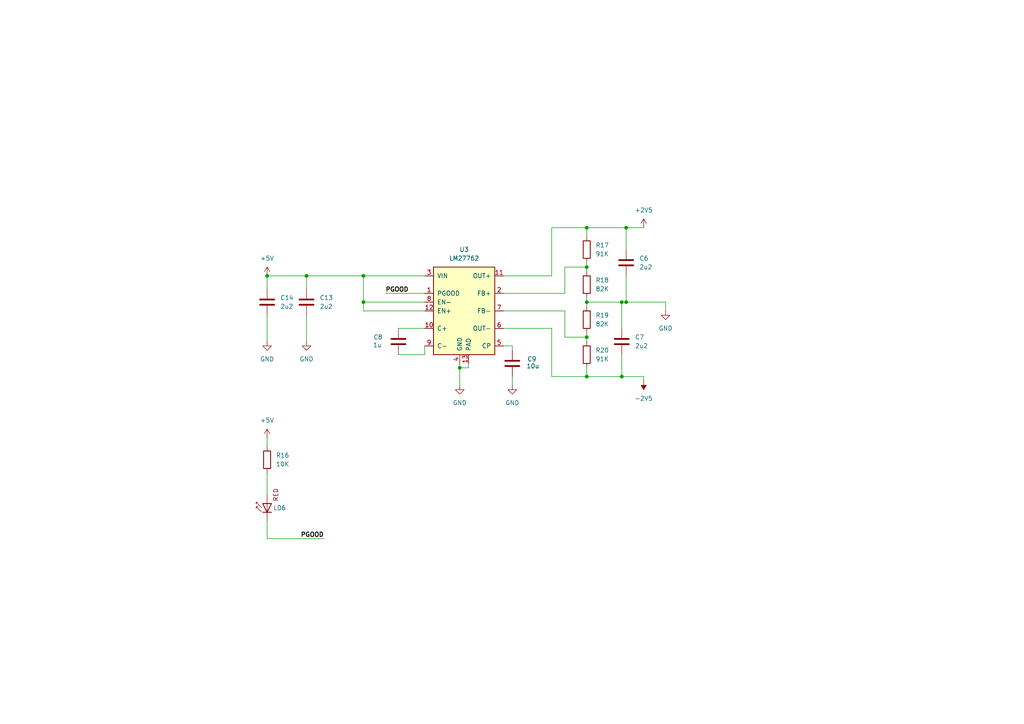
<source format=kicad_sch>
(kicad_sch (version 20250114) (generator "eeschema") (generator_version "9.0")
  (paper "A4")
  (title_block (title "POWER") (date "2026-01-23") (rev "A1"))
  (lib_symbols
    (symbol "GENERIC_R_1" (pin_numbers (hide yes)) (pin_names (hide yes))
      (property "Reference" "R" (at 0 0 0))
      (symbol "GENERIC_R_1_0_1"
        (rectangle (start -1.016 -2.54) (end 1.016 2.54) (stroke (width 0.254)))
      )
      (symbol "GENERIC_R_1_1_1"
        (pin passive line (at 0 3.81 270) (length 1.27) (name "~") (number "1"))
        (pin passive line (at 0 -3.81 90) (length 1.27) (name "~") (number "2"))
      )
    )
    (symbol "Regulator_SwitchedCapacitor:LM27762" (pin_names (offset 1.016))
      (property "Reference" "U" (at -6.604 8.89 0))
      (property "Value" "LM27762" (at 6.096 8.89 0))
      (symbol "LM27762_0_1"
        (rectangle (start -7.62 7.62) (end 10.16 -17.78) (stroke (width 0.254)) (fill (type background)))
      )
      (symbol "LM27762_1_1"
        (pin power_in line (at -10.16 5.08 0) (length 2.54) (name "VIN") (number "3"))
        (pin open_collector line (at -10.16 0 0) (length 2.54) (name "PGOOD") (number "1"))
        (pin input line (at -10.16 -2.54 0) (length 2.54) (name "EN-") (number "8"))
        (pin input line (at -10.16 -5.08 0) (length 2.54) (name "EN+") (number "12"))
        (pin passive line (at -10.16 -10.16 0) (length 2.54) (name "C+") (number "10"))
        (pin passive line (at -10.16 -15.24 0) (length 2.54) (name "C-") (number "9"))
        (pin power_in line (at 0 -20.32 90) (length 2.54) (name "GND") (number "4"))
        (pin power_in line (at 2.54 -20.32 90) (length 2.54) (name "PAD") (number "13"))
        (pin power_out line (at 12.7 5.08 180) (length 2.54) (name "OUT+") (number "11"))
        (pin input line (at 12.7 0 180) (length 2.54) (name "FB+") (number "2"))
        (pin input line (at 12.7 -5.08 180) (length 2.54) (name "FB-") (number "7"))
        (pin power_out line (at 12.7 -10.16 180) (length 2.54) (name "OUT-") (number "6"))
        (pin passive line (at 12.7 -15.24 180) (length 2.54) (name "CP") (number "5"))
      )
    )
    (symbol "power:+2V5" (power) (pin_numbers (hide yes)) (pin_names (offset 0) (hide yes))
      (property "Value" "+2V5" (at 0 3.556 0))
      (symbol "+2V5_0_1"
        (polyline (pts (xy -0.762 1.27) (xy 0 2.54)))
        (polyline (pts (xy 0 2.54) (xy 0.762 1.27)))
        (polyline (pts (xy 0 0) (xy 0 2.54)))
      )
      (symbol "+2V5_1_1"
        (pin power_in line (at 0 0 90) (length 0) (name "~") (number "1"))
      )
    )
    (symbol "power:-2V5" (power) (pin_numbers (hide yes)) (pin_names (offset 0) (hide yes))
      (property "Value" "-2V5" (at 0 3.556 0))
      (symbol "-2V5_0_0"
        (pin power_in line (at 0 0 90) (length 0) (name "~") (number "1"))
      )
      (symbol "-2V5_0_1"
        (polyline (pts (xy 0 0) (xy 0 1.27) (xy 0.762 1.27) (xy 0 2.54) (xy -0.762 1.27) (xy 0 1.27)) (fill (type outline)))
      )
    )
    (symbol "power:GND" (power) (pin_numbers (hide yes)) (pin_names (offset 0) (hide yes))
      (property "Value" "GND" (at 0 -3.81 0))
      (symbol "GND_0_1"
        (polyline (pts (xy 0 0) (xy 0 -1.27) (xy 1.27 -1.27) (xy 0 -2.54) (xy -1.27 -1.27) (xy 0 -1.27)))
      )
      (symbol "GND_1_1"
        (pin power_in line (at 0 0 270) (length 0) (name "~") (number "1"))
      )
    )
    (symbol "vickys_symbols:APHHS1005LSECK/J3-PF" (pin_numbers (hide yes)) (pin_names (hide yes))
      (property "Reference" "LD" (at 0 -2.54 0))
      (property "Value" "APHHS1005LSECK/J3-PF" (at 1.27 -5.08 0))
      (symbol "APHHS1005LSECK/J3-PF_0_1"
        (polyline (pts (xy -1.27 1.27) (xy -1.27 -1.27)) (stroke (width 0.254)))
        (polyline (pts (xy -1.143 1.651) (xy 0.381 3.175) (xy 0.381 2.667) (xy 0.381 3.175) (xy -0.127 3.175)))
        (polyline (pts (xy 0.127 1.651) (xy 1.651 3.175) (xy 1.651 2.667)))
        (polyline (pts (xy 1.27 0) (xy -1.27 0)))
        (polyline (pts (xy 1.27 -1.27) (xy -1.27 0) (xy 1.27 1.27) (xy 1.27 -1.27)) (stroke (width 0.254)))
        (polyline (pts (xy 1.651 3.175) (xy 1.143 3.175)))
      )
      (symbol "APHHS1005LSECK/J3-PF_1_1"
        (text "RED" (at 3.81 -2.54 0) (effects (font (size 1.27 1.27))))
        (pin passive line (at -3.81 0 0) (length 2.54) (name "K") (number "1"))
        (pin passive line (at 3.81 0 180) (length 2.54) (name "A") (number "2"))
      )
    )
    (symbol "vickys_symbols:GENERIC_C" (pin_numbers (hide yes)) (pin_names (hide yes))
      (property "Reference" "C" (at 0 0 0))
      (symbol "GENERIC_C_0_1"
        (polyline (pts (xy -2.032 0.762) (xy 2.032 0.762)) (stroke (width 0.508)))
        (polyline (pts (xy -2.032 -0.762) (xy 2.032 -0.762)) (stroke (width 0.508)))
      )
      (symbol "GENERIC_C_1_1"
        (pin passive line (at 0 3.81 270) (length 2.794) (name "~") (number "1"))
        (pin passive line (at 0 -3.81 90) (length 2.794) (name "~") (number "2"))
      )
    )
    (symbol "vickys_symbols:GENERIC_R" (pin_numbers (hide yes)) (pin_names (hide yes))
      (property "Reference" "R" (at 0 0 0))
      (symbol "GENERIC_R_0_1"
        (rectangle (start -1.016 -2.54) (end 1.016 2.54) (stroke (width 0.254)))
      )
      (symbol "GENERIC_R_1_1"
        (pin passive line (at 0 3.81 270) (length 1.27) (name "~") (number "1"))
        (pin passive line (at 0 -3.81 90) (length 1.27) (name "~") (number "2"))
      )
    )
  )
  (junction (at 105.41 87.63))
  (junction (at 170.18 66.04))
  (junction (at 181.61 66.04))
  (junction (at 77.47 80.01))
  (junction (at 170.18 97.79))
  (junction (at 170.18 109.22))
  (junction (at 170.18 77.47))
  (junction (at 105.41 80.01))
  (junction (at 180.34 87.63))
  (junction (at 88.9 80.01))
  (junction (at 180.34 109.22))
  (junction (at 170.18 87.63))
  (junction (at 133.35 106.68))
  (junction (at 181.61 87.63))
  (wire (pts (xy 170.18 76.2) (xy 170.18 77.47)))
  (wire (pts (xy 123.19 87.63) (xy 105.41 87.63)))
  (wire (pts (xy 77.47 151.13) (xy 77.47 156.21)))
  (wire (pts (xy 170.18 86.36) (xy 170.18 87.63)))
  (wire (pts (xy 123.19 90.17) (xy 105.41 90.17)))
  (wire (pts (xy 146.05 100.33) (xy 148.59 100.33)))
  (wire (pts (xy 123.19 102.87) (xy 115.57 102.87)))
  (wire (pts (xy 77.47 80.01) (xy 77.47 83.82)))
  (wire (pts (xy 160.02 109.22) (xy 160.02 95.25)))
  (wire (pts (xy 163.83 90.17) (xy 163.83 97.79)))
  (wire (pts (xy 170.18 87.63) (xy 170.18 88.9)))
  (wire (pts (xy 163.83 97.79) (xy 170.18 97.79)))
  (wire (pts (xy 163.83 85.09) (xy 163.83 77.47)))
  (wire (pts (xy 88.9 99.06) (xy 88.9 91.44)))
  (wire (pts (xy 160.02 66.04) (xy 170.18 66.04)))
  (wire (pts (xy 77.47 156.21) (xy 93.98 156.21)))
  (wire (pts (xy 105.41 80.01) (xy 105.41 87.63)))
  (wire (pts (xy 146.05 90.17) (xy 163.83 90.17)))
  (wire (pts (xy 180.34 87.63) (xy 170.18 87.63)))
  (wire (pts (xy 105.41 90.17) (xy 105.41 87.63)))
  (wire (pts (xy 180.34 109.22) (xy 186.69 109.22)))
  (wire (pts (xy 160.02 80.01) (xy 160.02 66.04)))
  (wire (pts (xy 170.18 96.52) (xy 170.18 97.79)))
  (wire (pts (xy 170.18 106.68) (xy 170.18 109.22)))
  (wire (pts (xy 163.83 77.47) (xy 170.18 77.47)))
  (wire (pts (xy 77.47 80.01) (xy 88.9 80.01)))
  (wire (pts (xy 133.35 105.41) (xy 133.35 106.68)))
  (wire (pts (xy 193.04 87.63) (xy 181.61 87.63)))
  (wire (pts (xy 88.9 80.01) (xy 105.41 80.01)))
  (wire (pts (xy 181.61 87.63) (xy 180.34 87.63)))
  (wire (pts (xy 181.61 80.01) (xy 181.61 87.63)))
  (wire (pts (xy 170.18 66.04) (xy 181.61 66.04)))
  (wire (pts (xy 111.76 85.09) (xy 123.19 85.09)))
  (wire (pts (xy 77.47 99.06) (xy 77.47 91.44)))
  (wire (pts (xy 77.47 137.16) (xy 77.47 143.51)))
  (wire (pts (xy 148.59 100.33) (xy 148.59 101.6)))
  (wire (pts (xy 180.34 87.63) (xy 180.34 95.25)))
  (wire (pts (xy 181.61 66.04) (xy 181.61 72.39)))
  (wire (pts (xy 135.89 106.68) (xy 133.35 106.68)))
  (wire (pts (xy 105.41 80.01) (xy 123.19 80.01)))
  (wire (pts (xy 77.47 127) (xy 77.47 129.54)))
  (wire (pts (xy 160.02 95.25) (xy 146.05 95.25)))
  (wire (pts (xy 170.18 66.04) (xy 170.18 68.58)))
  (wire (pts (xy 146.05 85.09) (xy 163.83 85.09)))
  (wire (pts (xy 180.34 102.87) (xy 180.34 109.22)))
  (wire (pts (xy 180.34 109.22) (xy 170.18 109.22)))
  (wire (pts (xy 170.18 97.79) (xy 170.18 99.06)))
  (wire (pts (xy 181.61 66.04) (xy 186.69 66.04)))
  (wire (pts (xy 148.59 111.76) (xy 148.59 109.22)))
  (wire (pts (xy 133.35 106.68) (xy 133.35 111.76)))
  (wire (pts (xy 170.18 109.22) (xy 160.02 109.22)))
  (wire (pts (xy 146.05 80.01) (xy 160.02 80.01)))
  (wire (pts (xy 115.57 95.25) (xy 123.19 95.25)))
  (wire (pts (xy 170.18 77.47) (xy 170.18 78.74)))
  (wire (pts (xy 193.04 90.17) (xy 193.04 87.63)))
  (wire (pts (xy 123.19 102.87) (xy 123.19 100.33)))
  (wire (pts (xy 135.89 105.41) (xy 135.89 106.68)))
  (wire (pts (xy 186.69 109.22) (xy 186.69 110.49)))
  (wire (pts (xy 88.9 80.01) (xy 88.9 83.82)))
  (label "PGOOD" (at 111.76 85.09 0) (effects (font (thickness 0.254) (bold yes))))
  (label "PGOOD" (at 93.98 156.21 180) (effects (font (thickness 0.254) (bold yes))))
  (symbol (lib_name "GENERIC_R_1") (lib_id "vickys_symbols:GENERIC_R") (at 170.18 92.71 0) (unit 1)
    (property "Reference" "R19" (at 172.72 91.4399 0) (effects (justify left)))
    (property "Value" "82K" (at 172.72 93.9799 0) (effects (justify left)))
    (property "Footprint" "Resistor_SMD:R_0402_1005Metric" (effects (hide yes)))
    (property "Description" "GENERIC R" (effects (hide yes)))
    (property "Manufacturer" "YAGEO" (effects (hide yes)))
    (property "MPN" "RC0402FR-0782KL" (effects (hide yes)))
    (property "Mounting Type" "SMT" (effects (hide yes)))
    (property "RoHS" "Y" (effects (hide yes)))
    (property "Tolerance" "1%" (effects (hide yes)))
    (property "Power Rating" "1/16W" (effects (hide yes)))
    (property "Package/Case" "0402" (effects (hide yes)))
  )
  (symbol (lib_id "vickys_symbols:GENERIC_C") (at 148.59 105.41 0) (mirror x) (unit 1)
    (property "Reference" "C9" (at 152.908 104.14 0) (effects (justify left)))
    (property "Value" "10u" (at 152.654 106.172 0) (effects (justify left)))
    (property "Footprint" "Capacitor_SMD:C_0603_1608Metric" (effects (hide yes)))
    (property "Description" "GENERIC C" (effects (hide yes)))
    (property "Manufacturer" "Murata" (effects (hide yes)))
    (property "MPN" "GRM188R61C106MAALD" (effects (hide yes)))
    (property "Package/Case" "0603" (effects (hide yes)))
    (property "Mounting Type" "SMT" (effects (hide yes)))
    (property "RoHS" "Y" (effects (hide yes)))
    (property "Voltage Rating" "16V" (effects (hide yes)))
    (property "Dielectric" "X5R" (effects (hide yes)))
  )
  (symbol (lib_id "power:GND") (at 148.59 111.76 0) (unit 1)
    (property "Reference" "#PWR019" (effects (hide yes)))
    (property "Value" "GND" (at 148.59 116.84 0))
    (property "Description" "Power symbol creates a global label with name \"GND\" , ground" (effects (hide yes)))
  )
  (symbol (lib_id "power:GND") (at 193.04 90.17 0) (unit 1)
    (property "Reference" "#PWR014" (effects (hide yes)))
    (property "Value" "GND" (at 193.04 95.25 0))
    (property "Description" "Power symbol creates a global label with name \"GND\" , ground" (effects (hide yes)))
  )
  (symbol (lib_id "power:-2V5") (at 186.69 110.49 180) (unit 1)
    (property "Reference" "#PWR016" (effects (hide yes)))
    (property "Value" "-2V5" (at 186.69 115.57 0))
    (property "Description" "Power symbol creates a global label with name \"-2V5\"" (effects (hide yes)))
  )
  (symbol (lib_id "Regulator_SwitchedCapacitor:LM27762") (at 133.35 85.09 0) (unit 1)
    (property "Reference" "U3" (at 134.62 72.39 0))
    (property "Value" "LM27762" (at 134.62 74.93 0))
    (property "Footprint" "Package_SON:WSON-12-1EP_3x2mm_P0.5mm_EP1x2.65" (effects (hide yes)))
    (property "Datasheet" "http://www.ti.com/lit/ds/symlink/lm27762.pdf" (effects (hide yes)))
    (property "Description" "Low-noise inverting charge pump with both positive and negative LDO's, with 2.7V-5.5V input to +1.5 to +5V and -1.5 to -5V Output Voltage, WSON-12" (effects (hide yes)))
    (property "Manufacturer" "Texas Instruments" (effects (hide yes)))
    (property "MPN" "LM27762DSS" (effects (hide yes)))
    (property "Package/Case" "12-WSON" (effects (hide yes)))
    (property "Mounting Type" "SMT" (effects (hide yes)))
    (property "RoHS" "Y" (effects (hide yes)))
  )
  (symbol (lib_id "power:+2V5") (at 77.47 127 0) (unit 1)
    (property "Reference" "#PWR036" (effects (hide yes)))
    (property "Value" "+5V" (at 77.47 121.92 0))
    (property "Description" "Power symbol creates a global label with name \"+2V5\"" (effects (hide yes)))
  )
  (symbol (lib_id "power:GND") (at 133.35 111.76 0) (unit 1)
    (property "Reference" "#PWR018" (effects (hide yes)))
    (property "Value" "GND" (at 133.35 116.84 0))
    (property "Description" "Power symbol creates a global label with name \"GND\" , ground" (effects (hide yes)))
  )
  (symbol (lib_id "power:+2V5") (at 186.69 66.04 0) (unit 1)
    (property "Reference" "#PWR015" (effects (hide yes)))
    (property "Value" "+2V5" (at 186.69 60.96 0))
    (property "Description" "Power symbol creates a global label with name \"+2V5\"" (effects (hide yes)))
  )
  (symbol (lib_name "GENERIC_R_1") (lib_id "vickys_symbols:GENERIC_R") (at 170.18 82.55 0) (unit 1)
    (property "Reference" "R18" (at 172.72 81.2799 0) (effects (justify left)))
    (property "Value" "82K" (at 172.72 83.8199 0) (effects (justify left)))
    (property "Footprint" "Resistor_SMD:R_0402_1005Metric" (effects (hide yes)))
    (property "Description" "GENERIC R" (effects (hide yes)))
    (property "Manufacturer" "YAGEO" (effects (hide yes)))
    (property "MPN" "RC0402FR-0782KL" (effects (hide yes)))
    (property "Mounting Type" "SMT" (effects (hide yes)))
    (property "RoHS" "Y" (effects (hide yes)))
    (property "Tolerance" "1%" (effects (hide yes)))
    (property "Power Rating" "1/16W" (effects (hide yes)))
    (property "Package/Case" "0402" (effects (hide yes)))
  )
  (symbol (lib_id "vickys_symbols:GENERIC_C") (at 115.57 99.06 0) (mirror y) (unit 1)
    (property "Reference" "C8" (at 110.998 97.79 0) (effects (justify left)))
    (property "Value" "1u" (at 110.744 100.076 0) (effects (justify left)))
    (property "Footprint" "Capacitor_SMD:C_0402_1005Metric" (effects (hide yes)))
    (property "Description" "GENERIC C" (effects (hide yes)))
    (property "Manufacturer" "Murata" (effects (hide yes)))
    (property "MPN" "GRM155R61C105KA12D" (effects (hide yes)))
    (property "Package/Case" "0402" (effects (hide yes)))
    (property "Mounting Type" "SMT" (effects (hide yes)))
    (property "RoHS" "Y" (effects (hide yes)))
    (property "Voltage Rating" "16V" (effects (hide yes)))
    (property "Dielectric" "X5R" (effects (hide yes)))
  )
  (symbol (lib_id "vickys_symbols:GENERIC_C") (at 181.61 76.2 0) (unit 1)
    (property "Reference" "C6" (at 185.42 74.9299 0) (effects (justify left)))
    (property "Value" "2u2" (at 185.42 77.4699 0) (effects (justify left)))
    (property "Footprint" "Capacitor_SMD:C_0603_1608Metric" (effects (hide yes)))
    (property "Description" "GENERIC C" (effects (hide yes)))
    (property "Manufacturer" "Murata" (effects (hide yes)))
    (property "MPN" "GRM188Z71C225KE43D" (effects (hide yes)))
    (property "Package/Case" "0603" (effects (hide yes)))
    (property "Mounting Type" "SMT" (effects (hide yes)))
    (property "RoHS" "Y" (effects (hide yes)))
    (property "Voltage Rating" "16V" (effects (hide yes)))
    (property "Dielectric" "X5R" (effects (hide yes)))
  )
  (symbol (lib_id "power:GND") (at 77.47 99.06 0) (unit 1)
    (property "Reference" "#PWR032" (effects (hide yes)))
    (property "Value" "GND" (at 77.47 104.14 0))
    (property "Description" "Power symbol creates a global label with name \"GND\" , ground" (effects (hide yes)))
  )
  (symbol (lib_id "vickys_symbols:APHHS1005LSECK/J3-PF") (at 77.47 147.32 90) (unit 1)
    (property "Reference" "LD6" (at 79.248 147.32 90) (effects (justify right)))
    (property "Value" "APHHS1005LSECK/J3-PF" (effects (hide yes)))
    (property "Footprint" "LED_SMD:LED_0402_1005Metric_Pad0.77x0.64mm_HandSolder" (effects (hide yes)))
    (property "Description" "LED, Red, 1.8V, 5mA, 0402 (1005 Metric)" (effects (hide yes)))
    (property "Manufacturer" "Kingbright" (effects (hide yes)))
    (property "MPN" "APHHS1005LSECK/J3-PF" (effects (hide yes)))
    (property "Package/Case" "0402" (effects (hide yes)))
    (property "Mounting Type" "SMT" (effects (hide yes)))
  )
  (symbol (lib_id "vickys_symbols:GENERIC_R") (at 77.47 133.35 0) (unit 1)
    (property "Reference" "R16" (at 80.01 132.0799 0) (effects (justify left)))
    (property "Value" "10K" (at 80.01 134.6199 0) (effects (justify left)))
    (property "Footprint" "Resistor_SMD:R_0603_1608Metric" (effects (hide yes)))
    (property "Description" "GENERIC R" (effects (hide yes)))
    (property "Manufacturer" "YAGEO" (effects (hide yes)))
    (property "MPN" "RC0603FR-0710KL" (effects (hide yes)))
    (property "Mounting Type" "SMT" (effects (hide yes)))
    (property "RoHS" "Y" (effects (hide yes)))
    (property "Tolerance" "1%" (effects (hide yes)))
    (property "Power Rating" "1/10W" (effects (hide yes)))
    (property "Package/Case" "0603" (effects (hide yes)))
  )
  (symbol (lib_name "GENERIC_R_1") (lib_id "vickys_symbols:GENERIC_R") (at 170.18 72.39 0) (unit 1)
    (property "Reference" "R17" (at 172.72 71.1199 0) (effects (justify left)))
    (property "Value" "91K" (at 172.72 73.6599 0) (effects (justify left)))
    (property "Footprint" "Resistor_SMD:R_0402_1005Metric" (effects (hide yes)))
    (property "Description" "GENERIC R" (effects (hide yes)))
    (property "Manufacturer" "YAGEO" (effects (hide yes)))
    (property "MPN" "RC0402FR-0791KL" (effects (hide yes)))
    (property "Mounting Type" "SMT" (effects (hide yes)))
    (property "RoHS" "Y" (effects (hide yes)))
    (property "Tolerance" "1%" (effects (hide yes)))
    (property "Power Rating" "1/16W" (effects (hide yes)))
    (property "Package/Case" "0402" (effects (hide yes)))
  )
  (symbol (lib_id "power:GND") (at 88.9 99.06 0) (unit 1)
    (property "Reference" "#PWR035" (effects (hide yes)))
    (property "Value" "GND" (at 88.9 104.14 0))
    (property "Description" "Power symbol creates a global label with name \"GND\" , ground" (effects (hide yes)))
  )
  (symbol (lib_id "vickys_symbols:GENERIC_C") (at 77.47 87.63 0) (unit 1)
    (property "Reference" "C14" (at 81.28 86.3599 0) (effects (justify left)))
    (property "Value" "2u2" (at 81.28 88.8999 0) (effects (justify left)))
    (property "Footprint" "Capacitor_SMD:C_0603_1608Metric" (effects (hide yes)))
    (property "Description" "GENERIC C" (effects (hide yes)))
    (property "Manufacturer" "Murata" (effects (hide yes)))
    (property "MPN" "GRM188Z71C225KE43D" (effects (hide yes)))
    (property "Package/Case" "0603" (effects (hide yes)))
    (property "Mounting Type" "SMT" (effects (hide yes)))
    (property "RoHS" "Y" (effects (hide yes)))
    (property "Voltage Rating" "16V" (effects (hide yes)))
    (property "Dielectric" "X5R" (effects (hide yes)))
  )
  (symbol (lib_name "GENERIC_R_1") (lib_id "vickys_symbols:GENERIC_R") (at 170.18 102.87 0) (unit 1)
    (property "Reference" "R20" (at 172.72 101.5999 0) (effects (justify left)))
    (property "Value" "91K" (at 172.72 104.1399 0) (effects (justify left)))
    (property "Footprint" "Resistor_SMD:R_0402_1005Metric" (effects (hide yes)))
    (property "Description" "GENERIC R" (effects (hide yes)))
    (property "Manufacturer" "YAGEO" (effects (hide yes)))
    (property "MPN" "RC0402FR-0791KL" (effects (hide yes)))
    (property "Mounting Type" "SMT" (effects (hide yes)))
    (property "RoHS" "Y" (effects (hide yes)))
    (property "Tolerance" "1%" (effects (hide yes)))
    (property "Power Rating" "1/16W" (effects (hide yes)))
    (property "Package/Case" "0402" (effects (hide yes)))
  )
  (symbol (lib_id "vickys_symbols:GENERIC_C") (at 88.9 87.63 0) (unit 1)
    (property "Reference" "C13" (at 92.71 86.3599 0) (effects (justify left)))
    (property "Value" "2u2" (at 92.71 88.8999 0) (effects (justify left)))
    (property "Footprint" "Capacitor_SMD:C_0603_1608Metric" (effects (hide yes)))
    (property "Description" "GENERIC C" (effects (hide yes)))
    (property "Manufacturer" "Murata" (effects (hide yes)))
    (property "MPN" "GRM188Z71C225KE43D" (effects (hide yes)))
    (property "Package/Case" "0603" (effects (hide yes)))
    (property "Mounting Type" "SMT" (effects (hide yes)))
    (property "RoHS" "Y" (effects (hide yes)))
    (property "Voltage Rating" "16V" (effects (hide yes)))
    (property "Dielectric" "X5R" (effects (hide yes)))
  )
  (symbol (lib_id "vickys_symbols:GENERIC_C") (at 180.34 99.06 0) (unit 1)
    (property "Reference" "C7" (at 184.15 97.7899 0) (effects (justify left)))
    (property "Value" "2u2" (at 184.15 100.3299 0) (effects (justify left)))
    (property "Footprint" "Capacitor_SMD:C_0603_1608Metric" (effects (hide yes)))
    (property "Description" "GENERIC C" (effects (hide yes)))
    (property "Manufacturer" "Murata" (effects (hide yes)))
    (property "MPN" "GRM188Z71C225KE43D" (effects (hide yes)))
    (property "Package/Case" "0603" (effects (hide yes)))
    (property "Mounting Type" "SMT" (effects (hide yes)))
    (property "RoHS" "Y" (effects (hide yes)))
    (property "Voltage Rating" "16V" (effects (hide yes)))
    (property "Dielectric" "X5R" (effects (hide yes)))
  )
  (symbol (lib_id "power:+2V5") (at 77.47 80.01 0) (unit 1)
    (property "Reference" "#PWR017" (effects (hide yes)))
    (property "Value" "+5V" (at 77.47 74.93 0))
    (property "Description" "Power symbol creates a global label with name \"+2V5\"" (effects (hide yes)))
  )
)
</source>
